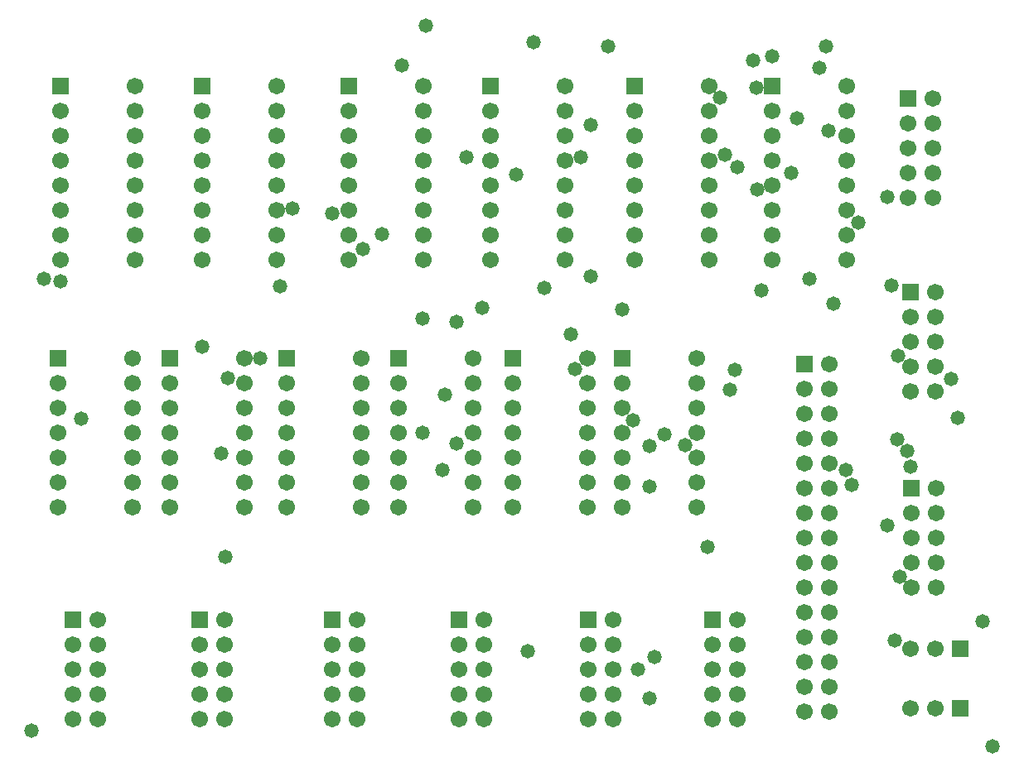
<source format=gts>
G04 Layer_Color=8388736*
%FSLAX23Y23*%
%MOIN*%
G70*
G01*
G75*
%ADD20R,0.067X0.067*%
%ADD21C,0.067*%
%ADD22R,0.067X0.067*%
%ADD23C,0.067*%
%ADD24R,0.067X0.067*%
%ADD25C,0.058*%
D20*
X1925Y695D02*
D03*
X2945D02*
D03*
X2445D02*
D03*
X1415D02*
D03*
X880D02*
D03*
X370D02*
D03*
X3315Y1725D02*
D03*
X3745Y1225D02*
D03*
X3740Y2015D02*
D03*
X3730Y2795D02*
D03*
D21*
X1925Y595D02*
D03*
Y495D02*
D03*
Y395D02*
D03*
Y295D02*
D03*
X2025Y695D02*
D03*
Y595D02*
D03*
Y495D02*
D03*
Y395D02*
D03*
Y295D02*
D03*
X2945Y595D02*
D03*
Y495D02*
D03*
Y395D02*
D03*
Y295D02*
D03*
X3045Y695D02*
D03*
Y595D02*
D03*
Y495D02*
D03*
Y395D02*
D03*
Y295D02*
D03*
X2445Y595D02*
D03*
Y495D02*
D03*
Y395D02*
D03*
Y295D02*
D03*
X2545Y695D02*
D03*
Y595D02*
D03*
Y495D02*
D03*
Y395D02*
D03*
Y295D02*
D03*
X1415Y595D02*
D03*
Y495D02*
D03*
Y395D02*
D03*
Y295D02*
D03*
X1515Y695D02*
D03*
Y595D02*
D03*
Y495D02*
D03*
Y395D02*
D03*
Y295D02*
D03*
X880Y595D02*
D03*
Y495D02*
D03*
Y395D02*
D03*
Y295D02*
D03*
X980Y695D02*
D03*
Y595D02*
D03*
Y495D02*
D03*
Y395D02*
D03*
Y295D02*
D03*
X370Y595D02*
D03*
Y495D02*
D03*
Y395D02*
D03*
Y295D02*
D03*
X470Y695D02*
D03*
Y595D02*
D03*
Y495D02*
D03*
Y395D02*
D03*
Y295D02*
D03*
X3315Y1625D02*
D03*
Y1525D02*
D03*
Y1425D02*
D03*
Y1325D02*
D03*
Y1225D02*
D03*
Y1125D02*
D03*
Y1025D02*
D03*
Y925D02*
D03*
Y825D02*
D03*
Y725D02*
D03*
Y625D02*
D03*
Y525D02*
D03*
Y425D02*
D03*
Y325D02*
D03*
X3415Y1725D02*
D03*
Y1625D02*
D03*
Y1525D02*
D03*
Y1425D02*
D03*
Y1325D02*
D03*
Y1225D02*
D03*
Y1125D02*
D03*
Y1025D02*
D03*
Y925D02*
D03*
Y825D02*
D03*
Y725D02*
D03*
Y625D02*
D03*
Y525D02*
D03*
Y425D02*
D03*
Y325D02*
D03*
X3740Y580D02*
D03*
X3840D02*
D03*
X3740Y340D02*
D03*
X3840D02*
D03*
X3745Y1125D02*
D03*
Y1025D02*
D03*
Y925D02*
D03*
Y825D02*
D03*
X3845Y1225D02*
D03*
Y1125D02*
D03*
Y1025D02*
D03*
Y925D02*
D03*
Y825D02*
D03*
X3740Y1915D02*
D03*
Y1815D02*
D03*
Y1715D02*
D03*
Y1615D02*
D03*
X3840Y2015D02*
D03*
Y1915D02*
D03*
Y1815D02*
D03*
Y1715D02*
D03*
Y1615D02*
D03*
X3730Y2695D02*
D03*
Y2595D02*
D03*
Y2495D02*
D03*
Y2395D02*
D03*
X3830Y2795D02*
D03*
Y2695D02*
D03*
Y2595D02*
D03*
Y2495D02*
D03*
Y2395D02*
D03*
D22*
X3185Y2845D02*
D03*
X2630D02*
D03*
X2050D02*
D03*
X1480D02*
D03*
X890D02*
D03*
X320D02*
D03*
X2580Y1750D02*
D03*
X2140D02*
D03*
X1680D02*
D03*
X1230D02*
D03*
X760D02*
D03*
X310D02*
D03*
D23*
X3185Y2745D02*
D03*
Y2645D02*
D03*
Y2545D02*
D03*
Y2445D02*
D03*
Y2345D02*
D03*
Y2245D02*
D03*
Y2145D02*
D03*
X3485Y2845D02*
D03*
Y2745D02*
D03*
Y2645D02*
D03*
Y2545D02*
D03*
Y2445D02*
D03*
Y2345D02*
D03*
Y2245D02*
D03*
Y2145D02*
D03*
X2630Y2745D02*
D03*
Y2645D02*
D03*
Y2545D02*
D03*
Y2445D02*
D03*
Y2345D02*
D03*
Y2245D02*
D03*
Y2145D02*
D03*
X2930Y2845D02*
D03*
Y2745D02*
D03*
Y2645D02*
D03*
Y2545D02*
D03*
Y2445D02*
D03*
Y2345D02*
D03*
Y2245D02*
D03*
Y2145D02*
D03*
X2050Y2745D02*
D03*
Y2645D02*
D03*
Y2545D02*
D03*
Y2445D02*
D03*
Y2345D02*
D03*
Y2245D02*
D03*
Y2145D02*
D03*
X2350Y2845D02*
D03*
Y2745D02*
D03*
Y2645D02*
D03*
Y2545D02*
D03*
Y2445D02*
D03*
Y2345D02*
D03*
Y2245D02*
D03*
Y2145D02*
D03*
X1480Y2745D02*
D03*
Y2645D02*
D03*
Y2545D02*
D03*
Y2445D02*
D03*
Y2345D02*
D03*
Y2245D02*
D03*
Y2145D02*
D03*
X1780Y2845D02*
D03*
Y2745D02*
D03*
Y2645D02*
D03*
Y2545D02*
D03*
Y2445D02*
D03*
Y2345D02*
D03*
Y2245D02*
D03*
Y2145D02*
D03*
X890Y2745D02*
D03*
Y2645D02*
D03*
Y2545D02*
D03*
Y2445D02*
D03*
Y2345D02*
D03*
Y2245D02*
D03*
Y2145D02*
D03*
X1190Y2845D02*
D03*
Y2745D02*
D03*
Y2645D02*
D03*
Y2545D02*
D03*
Y2445D02*
D03*
Y2345D02*
D03*
Y2245D02*
D03*
Y2145D02*
D03*
X320Y2745D02*
D03*
Y2645D02*
D03*
Y2545D02*
D03*
Y2445D02*
D03*
Y2345D02*
D03*
Y2245D02*
D03*
Y2145D02*
D03*
X620Y2845D02*
D03*
Y2745D02*
D03*
Y2645D02*
D03*
Y2545D02*
D03*
Y2445D02*
D03*
Y2345D02*
D03*
Y2245D02*
D03*
Y2145D02*
D03*
X2580Y1650D02*
D03*
Y1550D02*
D03*
Y1450D02*
D03*
Y1350D02*
D03*
Y1250D02*
D03*
Y1150D02*
D03*
X2880Y1750D02*
D03*
Y1650D02*
D03*
Y1550D02*
D03*
Y1450D02*
D03*
Y1350D02*
D03*
Y1250D02*
D03*
Y1150D02*
D03*
X2140Y1650D02*
D03*
Y1550D02*
D03*
Y1450D02*
D03*
Y1350D02*
D03*
Y1250D02*
D03*
Y1150D02*
D03*
X2440Y1750D02*
D03*
Y1650D02*
D03*
Y1550D02*
D03*
Y1450D02*
D03*
Y1350D02*
D03*
Y1250D02*
D03*
Y1150D02*
D03*
X1680Y1650D02*
D03*
Y1550D02*
D03*
Y1450D02*
D03*
Y1350D02*
D03*
Y1250D02*
D03*
Y1150D02*
D03*
X1980Y1750D02*
D03*
Y1650D02*
D03*
Y1550D02*
D03*
Y1450D02*
D03*
Y1350D02*
D03*
Y1250D02*
D03*
Y1150D02*
D03*
X1230Y1650D02*
D03*
Y1550D02*
D03*
Y1450D02*
D03*
Y1350D02*
D03*
Y1250D02*
D03*
Y1150D02*
D03*
X1530Y1750D02*
D03*
Y1650D02*
D03*
Y1550D02*
D03*
Y1450D02*
D03*
Y1350D02*
D03*
Y1250D02*
D03*
Y1150D02*
D03*
X760Y1650D02*
D03*
Y1550D02*
D03*
Y1450D02*
D03*
Y1350D02*
D03*
Y1250D02*
D03*
Y1150D02*
D03*
X1060Y1750D02*
D03*
Y1650D02*
D03*
Y1550D02*
D03*
Y1450D02*
D03*
Y1350D02*
D03*
Y1250D02*
D03*
Y1150D02*
D03*
X310Y1650D02*
D03*
Y1550D02*
D03*
Y1450D02*
D03*
Y1350D02*
D03*
Y1250D02*
D03*
Y1150D02*
D03*
X610Y1750D02*
D03*
Y1650D02*
D03*
Y1550D02*
D03*
Y1450D02*
D03*
Y1350D02*
D03*
Y1250D02*
D03*
Y1150D02*
D03*
D24*
X3940Y580D02*
D03*
Y340D02*
D03*
D25*
X1416Y2333D02*
D03*
X3262Y2495D02*
D03*
X3124Y2430D02*
D03*
X3044Y2517D02*
D03*
X3648Y2400D02*
D03*
X3374Y2918D02*
D03*
X3904Y1665D02*
D03*
X1791Y3089D02*
D03*
X2525Y3005D02*
D03*
X3401D02*
D03*
X2752Y1441D02*
D03*
X2995Y2567D02*
D03*
X3530Y2295D02*
D03*
X1915Y1895D02*
D03*
X2454Y2690D02*
D03*
X1615Y2250D02*
D03*
X2018Y1953D02*
D03*
X404Y1505D02*
D03*
X1777Y1450D02*
D03*
X2691Y1231D02*
D03*
X3015Y1621D02*
D03*
X2711Y545D02*
D03*
X3035Y1701D02*
D03*
X892Y1795D02*
D03*
X321Y2057D02*
D03*
X205Y250D02*
D03*
X4030Y690D02*
D03*
X4070Y185D02*
D03*
X968Y1365D02*
D03*
X993Y1670D02*
D03*
X1204Y2040D02*
D03*
X255Y2069D02*
D03*
X985Y950D02*
D03*
X3505Y1240D02*
D03*
X3740Y1311D02*
D03*
X3649Y1075D02*
D03*
X3432Y1970D02*
D03*
X3410Y2666D02*
D03*
X3698Y870D02*
D03*
X1869Y1602D02*
D03*
X1778Y1910D02*
D03*
X1858Y1300D02*
D03*
X1693Y2928D02*
D03*
X3931Y1510D02*
D03*
X3727Y1375D02*
D03*
X1125Y1750D02*
D03*
X3480Y1300D02*
D03*
X2455Y2080D02*
D03*
X2153Y2490D02*
D03*
X2268Y2033D02*
D03*
X1255Y2353D02*
D03*
X1538Y2190D02*
D03*
X3335Y2070D02*
D03*
X2392Y1705D02*
D03*
X2415Y2557D02*
D03*
X3687Y1423D02*
D03*
X2580Y1945D02*
D03*
X3692Y1760D02*
D03*
X3665Y2043D02*
D03*
X2226Y3021D02*
D03*
X1915Y1405D02*
D03*
X1955Y2559D02*
D03*
X2834Y1400D02*
D03*
X2623Y1500D02*
D03*
X2925Y990D02*
D03*
X2646Y495D02*
D03*
X2692Y1394D02*
D03*
X2975Y2800D02*
D03*
X3120Y2839D02*
D03*
X3285Y2714D02*
D03*
X2375Y1846D02*
D03*
X2202Y570D02*
D03*
X3679Y611D02*
D03*
X2692Y378D02*
D03*
X3140Y2021D02*
D03*
X3108Y2948D02*
D03*
X3185Y2965D02*
D03*
M02*

</source>
